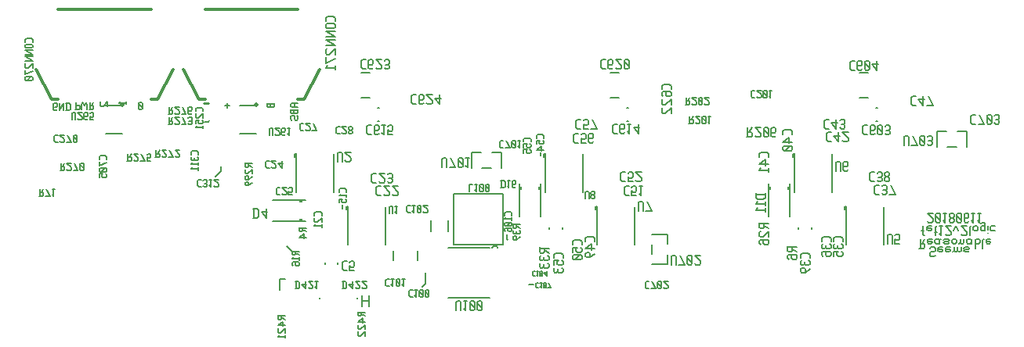
<source format=gbr>
G04 start of page 12 for group -4078 idx -4078 *
G04 Title: fet12v2logic, bottomsilk *
G04 Creator: pcb 20140316 *
G04 CreationDate: Wed 13 Jun 2018 07:44:19 AM GMT UTC *
G04 For: brian *
G04 Format: Gerber/RS-274X *
G04 PCB-Dimensions (mil): 6000.00 5000.00 *
G04 PCB-Coordinate-Origin: lower left *
%MOIN*%
%FSLAX25Y25*%
%LNBOTTOMSILK*%
%ADD198C,0.0200*%
%ADD197C,0.0120*%
%ADD196C,0.0170*%
%ADD195C,0.0100*%
%ADD194C,0.0080*%
G54D194*X328000Y93500D02*Y91500D01*
X328500Y91000D01*
X337500Y72000D02*X339500D01*
X293500Y77000D02*Y72500D01*
X292000Y71000D01*
G54D195*X248500Y66000D03*
X264500D03*
G54D194*X234500Y88500D02*X236500Y86500D01*
X258000Y104500D02*Y106000D01*
X206500Y122500D02*Y120500D01*
X342500Y127000D02*Y128500D01*
X206500Y120500D02*X204000Y118000D01*
X199500Y141500D02*X201000D01*
X201500Y142000D01*
X209000Y147500D02*Y149500D01*
G54D195*X199000D02*X201000D01*
G54D194*X210000Y148500D02*X208000D01*
X236980Y149500D02*X239200D01*
X236980D02*X236240Y148982D01*
Y148168D02*Y148982D01*
Y148168D02*X236980Y147650D01*
X239200D01*
X237720D02*Y149500D01*
X239200Y145282D02*Y146762D01*
Y145282D02*X238830Y144912D01*
X237942D02*X238830D01*
X237572Y145282D02*X237942Y144912D01*
X237572Y145282D02*Y146392D01*
X236240D02*X239200D01*
X236240Y145282D02*Y146762D01*
Y145282D02*X236610Y144912D01*
X237202D01*
X237572Y145282D02*X237202Y144912D01*
X236240Y142544D02*X236610Y142174D01*
X236240Y142544D02*Y143654D01*
X236610Y144024D02*X236240Y143654D01*
X236610Y144024D02*X237350D01*
X237720Y143654D01*
Y142544D02*Y143654D01*
Y142544D02*X238090Y142174D01*
X238830D01*
X239200Y142544D02*X238830Y142174D01*
X239200Y142544D02*Y143654D01*
X238830Y144024D02*X239200Y143654D01*
X229200Y148020D02*Y149500D01*
Y148020D02*X228830Y147650D01*
X227942D02*X228830D01*
X227572Y148020D02*X227942Y147650D01*
X227572Y148020D02*Y149130D01*
X226240D02*X229200D01*
X226240Y148020D02*Y149500D01*
Y148020D02*X226610Y147650D01*
X227202D01*
X227572Y148020D02*X227202Y147650D01*
X231500Y69700D02*Y74500D01*
X233900D01*
X266500Y62700D02*Y67500D01*
X269500Y62700D02*Y67500D01*
X266500Y65100D02*X269500D01*
X136500Y146250D02*X136875Y146625D01*
X135375Y146250D02*X136500D01*
X135000Y146625D02*X135375Y146250D01*
X135000Y146625D02*Y148875D01*
X135375Y149250D01*
X136500D01*
X136875Y148875D01*
Y148125D02*Y148875D01*
X136500Y147750D02*X136875Y148125D01*
X135750Y147750D02*X136500D01*
X137775Y146250D02*Y149250D01*
Y146250D02*X139650Y149250D01*
Y146250D02*Y149250D01*
X140925Y146250D02*Y149250D01*
X141900Y146250D02*X142425Y146775D01*
Y148725D01*
X141900Y149250D02*X142425Y148725D01*
X140550Y149250D02*X141900D01*
X140550Y146250D02*X141900D01*
X144875Y146750D02*Y149750D01*
X144500Y146750D02*X146000D01*
X146375Y147125D01*
Y147875D01*
X146000Y148250D02*X146375Y147875D01*
X144875Y148250D02*X146000D01*
X147275Y146750D02*Y148250D01*
X147650Y149750D01*
X148400Y148250D01*
X149150Y149750D01*
X149525Y148250D01*
Y146750D02*Y148250D01*
X150425Y146750D02*X151925D01*
X152300Y147125D01*
Y147875D01*
X151925Y148250D02*X152300Y147875D01*
X150800Y148250D02*X151925D01*
X150800Y146750D02*Y149750D01*
X151400Y148250D02*X152300Y149750D01*
X155625Y150000D02*X155250Y149625D01*
Y148500D02*Y149625D01*
Y148500D02*X155625Y148125D01*
X156375D01*
X158250Y150000D02*X156375Y148125D01*
X158250D02*Y150000D01*
X163850D02*X163250Y149400D01*
X166250D01*
Y148875D02*Y150000D01*
X171500Y149375D02*X171875Y149750D01*
X171500Y147125D02*Y149375D01*
Y147125D02*X171875Y146750D01*
X172625D01*
X173000Y147125D01*
Y149375D01*
X172625Y149750D02*X173000Y149375D01*
X171875Y149750D02*X172625D01*
X171500Y149000D02*X173000Y147500D01*
X509960Y83980D02*X510450Y84470D01*
X508490Y83980D02*X509960D01*
X508000Y84470D02*X508490Y83980D01*
X508000Y84470D02*Y85450D01*
X508490Y85940D01*
X509960D01*
X510450Y86430D01*
Y87410D01*
X509960Y87900D02*X510450Y87410D01*
X508490Y87900D02*X509960D01*
X508000Y87410D02*X508490Y87900D01*
X512116D02*X513586D01*
X511626Y87410D02*X512116Y87900D01*
X511626Y86430D02*Y87410D01*
Y86430D02*X512116Y85940D01*
X513096D01*
X513586Y86430D01*
X511626Y86920D02*X513586D01*
Y86430D02*Y86920D01*
X515252Y87900D02*X516722D01*
X514762Y87410D02*X515252Y87900D01*
X514762Y86430D02*Y87410D01*
Y86430D02*X515252Y85940D01*
X516232D01*
X516722Y86430D01*
X514762Y86920D02*X516722D01*
Y86430D02*Y86920D01*
X518388Y86430D02*Y87900D01*
Y86430D02*X518878Y85940D01*
X519368D01*
X519858Y86430D01*
Y87900D01*
Y86430D02*X520348Y85940D01*
X520838D01*
X521328Y86430D01*
Y87900D01*
X517898Y85940D02*X518388Y86430D01*
X522994Y87900D02*X524464D01*
X524954Y87410D01*
X524464Y86920D02*X524954Y87410D01*
X522994Y86920D02*X524464D01*
X522504Y86430D02*X522994Y86920D01*
X522504Y86430D02*X522994Y85940D01*
X524464D01*
X524954Y86430D01*
X522504Y87410D02*X522994Y87900D01*
X503500Y87480D02*X505460D01*
X505950Y87970D01*
Y88950D01*
X505460Y89440D02*X505950Y88950D01*
X503990Y89440D02*X505460D01*
X503990Y87480D02*Y91400D01*
X504774Y89440D02*X505950Y91400D01*
X507616D02*X509086D01*
X507126Y90910D02*X507616Y91400D01*
X507126Y89930D02*Y90910D01*
Y89930D02*X507616Y89440D01*
X508596D01*
X509086Y89930D01*
X507126Y90420D02*X509086D01*
Y89930D02*Y90420D01*
X511732Y89440D02*X512222Y89930D01*
X510752Y89440D02*X511732D01*
X510262Y89930D02*X510752Y89440D01*
X510262Y89930D02*Y90910D01*
X510752Y91400D01*
X512222Y89440D02*Y90910D01*
X512712Y91400D01*
X510752D02*X511732D01*
X512222Y90910D01*
X514378Y91400D02*X515848D01*
X516338Y90910D01*
X515848Y90420D02*X516338Y90910D01*
X514378Y90420D02*X515848D01*
X513888Y89930D02*X514378Y90420D01*
X513888Y89930D02*X514378Y89440D01*
X515848D01*
X516338Y89930D01*
X513888Y90910D02*X514378Y91400D01*
X517514Y89930D02*Y90910D01*
Y89930D02*X518004Y89440D01*
X518984D01*
X519474Y89930D01*
Y90910D01*
X518984Y91400D02*X519474Y90910D01*
X518004Y91400D02*X518984D01*
X517514Y90910D02*X518004Y91400D01*
X521140Y89930D02*Y91400D01*
Y89930D02*X521630Y89440D01*
X522120D01*
X522610Y89930D01*
Y91400D01*
X520650Y89440D02*X521140Y89930D01*
X525256Y89440D02*X525746Y89930D01*
X524276Y89440D02*X525256D01*
X523786Y89930D02*X524276Y89440D01*
X523786Y89930D02*Y90910D01*
X524276Y91400D01*
X525746Y89440D02*Y90910D01*
X526236Y91400D01*
X524276D02*X525256D01*
X525746Y90910D01*
X527412Y87480D02*Y91400D01*
Y90910D02*X527902Y91400D01*
X528882D01*
X529372Y90910D01*
Y89930D02*Y90910D01*
X528882Y89440D02*X529372Y89930D01*
X527902Y89440D02*X528882D01*
X527412Y89930D02*X527902Y89440D01*
X530548Y87480D02*Y90910D01*
X531038Y91400D01*
X532508D02*X533978D01*
X532018Y90910D02*X532508Y91400D01*
X532018Y89930D02*Y90910D01*
Y89930D02*X532508Y89440D01*
X533488D01*
X533978Y89930D01*
X532018Y90420D02*X533978D01*
Y89930D02*Y90420D01*
X507000Y98970D02*X507490Y98480D01*
X508960D01*
X509450Y98970D01*
Y99950D01*
X507000Y102400D02*X509450Y99950D01*
X507000Y102400D02*X509450D01*
X510626Y101910D02*X511116Y102400D01*
X510626Y98970D02*Y101910D01*
Y98970D02*X511116Y98480D01*
X512096D01*
X512586Y98970D01*
Y101910D01*
X512096Y102400D02*X512586Y101910D01*
X511116Y102400D02*X512096D01*
X510626Y101420D02*X512586Y99460D01*
X513762Y99264D02*X514546Y98480D01*
Y102400D01*
X513762D02*X515232D01*
X516408Y101910D02*X516898Y102400D01*
X516408Y101126D02*Y101910D01*
Y101126D02*X517094Y100440D01*
X517682D01*
X518368Y101126D01*
Y101910D01*
X517878Y102400D02*X518368Y101910D01*
X516898Y102400D02*X517878D01*
X516408Y99754D02*X517094Y100440D01*
X516408Y98970D02*Y99754D01*
Y98970D02*X516898Y98480D01*
X517878D01*
X518368Y98970D01*
Y99754D01*
X517682Y100440D02*X518368Y99754D01*
X519544Y101910D02*X520034Y102400D01*
X519544Y98970D02*Y101910D01*
Y98970D02*X520034Y98480D01*
X521014D01*
X521504Y98970D01*
Y101910D01*
X521014Y102400D02*X521504Y101910D01*
X520034Y102400D02*X521014D01*
X519544Y101420D02*X521504Y99460D01*
X524150Y98480D02*X524640Y98970D01*
X523170Y98480D02*X524150D01*
X522680Y98970D02*X523170Y98480D01*
X522680Y98970D02*Y101910D01*
X523170Y102400D01*
X524150Y100244D02*X524640Y100734D01*
X522680Y100244D02*X524150D01*
X523170Y102400D02*X524150D01*
X524640Y101910D01*
Y100734D02*Y101910D01*
X525816Y99264D02*X526600Y98480D01*
Y102400D01*
X525816D02*X527286D01*
X528462Y99264D02*X529246Y98480D01*
Y102400D01*
X528462D02*X529932D01*
X504990Y93470D02*Y96900D01*
Y93470D02*X505480Y92980D01*
X505970D01*
X504500Y94940D02*X505480D01*
X507440Y96900D02*X508910D01*
X506950Y96410D02*X507440Y96900D01*
X506950Y95430D02*Y96410D01*
Y95430D02*X507440Y94940D01*
X508420D01*
X508910Y95430D01*
X506950Y95920D02*X508910D01*
Y95430D02*Y95920D01*
X510576Y92980D02*Y96410D01*
X511066Y96900D01*
X510086Y94450D02*X511066D01*
X512046Y93764D02*X512830Y92980D01*
Y96900D01*
X512046D02*X513516D01*
X514692Y93470D02*X515182Y92980D01*
X516652D01*
X517142Y93470D01*
Y94450D01*
X514692Y96900D02*X517142Y94450D01*
X514692Y96900D02*X517142D01*
X518318Y94940D02*X519298Y96900D01*
X520278Y94940D02*X519298Y96900D01*
X521454Y93470D02*X521944Y92980D01*
X523414D01*
X523904Y93470D01*
Y94450D01*
X521454Y96900D02*X523904Y94450D01*
X521454Y96900D02*X523904D01*
X525080Y92980D02*Y96410D01*
X525570Y96900D01*
X526550Y95430D02*Y96410D01*
Y95430D02*X527040Y94940D01*
X528020D01*
X528510Y95430D01*
Y96410D01*
X528020Y96900D02*X528510Y96410D01*
X527040Y96900D02*X528020D01*
X526550Y96410D02*X527040Y96900D01*
X531156Y94940D02*X531646Y95430D01*
X530176Y94940D02*X531156D01*
X529686Y95430D02*X530176Y94940D01*
X529686Y95430D02*Y96410D01*
X530176Y96900D01*
X531156D01*
X531646Y96410D01*
X529686Y97880D02*X530176Y98370D01*
X531156D01*
X531646Y97880D01*
Y94940D02*Y97880D01*
X532822Y93960D02*Y94058D01*
Y95430D02*Y96900D01*
X534292Y94940D02*X535762D01*
X533802Y95430D02*X534292Y94940D01*
X533802Y95430D02*Y96410D01*
X534292Y96900D01*
X535762D01*
X303142Y66370D02*X320858D01*
X303142Y87630D02*X320858D01*
X324205Y87641D02*G75*G03X321842Y87641I-1182J-208D01*G01*
X351755Y96393D02*Y95607D01*
X346245Y96393D02*Y95607D01*
X321862Y128327D02*X325878D01*
Y121673D01*
X317138Y128327D02*X313122D01*
Y121673D01*
X321469D02*X317531D01*
X333472Y114890D02*Y101110D01*
X342528Y114890D02*Y101110D01*
G54D196*X342134Y113118D03*
X333866D03*
G54D194*X372032Y162314D02*X375968D01*
X372032Y151686D02*X375968D01*
X379107Y141745D02*X379893D01*
X379107Y147255D02*X379893D01*
X366429Y105071D02*Y88929D01*
X382571Y105071D02*Y88929D01*
X366429Y105268D02*G75*G03X366429Y103693I0J-787D01*G01*
X344429Y111429D02*Y127571D01*
X360571Y111429D02*Y127571D01*
X344429Y127768D02*G75*G03X344429Y126193I0J-787D01*G01*
X457755Y96393D02*Y95607D01*
X452245Y96393D02*Y95607D01*
X472429Y105071D02*Y88929D01*
X488571Y105071D02*Y88929D01*
X472429Y105268D02*G75*G03X472429Y103693I0J-787D01*G01*
X478032Y162314D02*X481968D01*
X478032Y151686D02*X481968D01*
X485107Y141745D02*X485893D01*
X485107Y147255D02*X485893D01*
X519862Y137327D02*X523878D01*
Y130673D01*
X515138Y137327D02*X511122D01*
Y130673D01*
X519469D02*X515531D01*
X450429Y111429D02*Y127571D01*
X466571Y111429D02*Y127571D01*
X450429Y127768D02*G75*G03X450429Y126193I0J-787D01*G01*
X439472Y114890D02*Y101110D01*
X448528Y114890D02*Y101110D01*
G54D196*X448134Y113118D03*
X439866D03*
G54D194*X273107Y141745D02*X273893D01*
X273107Y147255D02*X273893D01*
X266032Y162314D02*X269968D01*
X266032Y151686D02*X269968D01*
G54D197*X199815Y189260D02*X239185D01*
Y150953D02*X241941D01*
X248634Y163551D01*
X197059Y150953D02*X199815D01*
X197059D02*X190366Y163551D01*
G54D194*X238429Y111429D02*Y127571D01*
X254571Y111429D02*Y127571D01*
X238429Y127768D02*G75*G03X238429Y126193I0J-787D01*G01*
G54D198*X221543Y148799D03*
G54D194*X214555Y136496D02*X221445D01*
X214555Y148504D02*X221445D01*
X228610Y108028D02*X242390D01*
X228610Y98972D02*X242390D01*
G54D196*X240618Y99366D03*
Y107634D03*
G54D198*X164543Y148799D03*
G54D194*X157555Y136496D02*X164445D01*
X157555Y148504D02*X164445D01*
G54D197*X176685Y189260D02*X137315D01*
X176685Y150953D02*X179441D01*
X186134Y163551D01*
X137315Y150953D02*X134559D01*
X127866Y163551D01*
G54D194*X326400Y89200D02*Y110800D01*
X305600D02*X326400D01*
X305600Y89200D02*Y110800D01*
Y89200D02*X326400D01*
X260429Y105071D02*Y88929D01*
X276571Y105071D02*Y88929D01*
X260429Y105268D02*G75*G03X260429Y103693I0J-787D01*G01*
X295760Y94638D02*Y99362D01*
X303240Y94638D02*Y99362D01*
X290314Y82532D02*Y86468D01*
X279686Y82532D02*Y86468D01*
X256255Y81393D02*Y80607D01*
X250745Y81393D02*Y80607D01*
X396327Y84638D02*Y80622D01*
X389673D02*X396327D01*
Y93378D02*Y89362D01*
X389673Y93378D02*X396327D01*
X389673Y88969D02*Y85031D01*
X266700Y168000D02*X268000D01*
X266000Y167300D02*X266700Y168000D01*
X266000Y164700D02*Y167300D01*
Y164700D02*X266700Y164000D01*
X268000D01*
X270700D02*X271200Y164500D01*
X269700Y164000D02*X270700D01*
X269200Y164500D02*X269700Y164000D01*
X269200Y164500D02*Y167500D01*
X269700Y168000D01*
X270700Y165800D02*X271200Y166300D01*
X269200Y165800D02*X270700D01*
X269700Y168000D02*X270700D01*
X271200Y167500D01*
Y166300D02*Y167500D01*
X272400Y164500D02*X272900Y164000D01*
X274400D01*
X274900Y164500D01*
Y165500D01*
X272400Y168000D02*X274900Y165500D01*
X272400Y168000D02*X274900D01*
X276100Y164500D02*X276600Y164000D01*
X277600D01*
X278100Y164500D01*
X277600Y168000D02*X278100Y167500D01*
X276600Y168000D02*X277600D01*
X276100Y167500D02*X276600Y168000D01*
Y165800D02*X277600D01*
X278100Y164500D02*Y165300D01*
Y166300D02*Y167500D01*
Y166300D02*X277600Y165800D01*
X278100Y165300D02*X277600Y165800D01*
X255000Y184500D02*Y185800D01*
X254300Y186500D02*X255000Y185800D01*
X251700Y186500D02*X254300D01*
X251700D02*X251000Y185800D01*
Y184500D02*Y185800D01*
X251500Y183300D02*X254500D01*
X251500D02*X251000Y182800D01*
Y181800D02*Y182800D01*
Y181800D02*X251500Y181300D01*
X254500D01*
X255000Y181800D02*X254500Y181300D01*
X255000Y181800D02*Y182800D01*
X254500Y183300D02*X255000Y182800D01*
X251000Y180100D02*X255000D01*
X251000D02*X255000Y177600D01*
X251000D02*X255000D01*
X251000Y176400D02*X255000D01*
X251000D02*X255000Y173900D01*
X251000D02*X255000D01*
X251500Y172700D02*X251000Y172200D01*
Y170700D02*Y172200D01*
Y170700D02*X251500Y170200D01*
X252500D01*
X255000Y172700D02*X252500Y170200D01*
X255000D02*Y172700D01*
Y168500D02*X251000Y166500D01*
Y169000D01*
X251800Y165300D02*X251000Y164500D01*
X255000D01*
Y163800D02*Y165300D01*
X300500Y122000D02*Y125500D01*
X301000Y126000D01*
X302000D01*
X302500Y125500D01*
Y122000D02*Y125500D01*
X304200Y126000D02*X306200Y122000D01*
X303700D02*X306200D01*
X307400Y125500D02*X307900Y126000D01*
X307400Y122500D02*Y125500D01*
Y122500D02*X307900Y122000D01*
X308900D01*
X309400Y122500D01*
Y125500D01*
X308900Y126000D02*X309400Y125500D01*
X307900Y126000D02*X308900D01*
X307400Y125000D02*X309400Y123000D01*
X310600Y122800D02*X311400Y122000D01*
Y126000D01*
X310600D02*X312100D01*
X312000Y111770D02*Y114850D01*
X313540D01*
X314464Y112386D02*X315080Y111770D01*
Y114850D01*
X314464D02*X315619D01*
X316543Y114465D02*X316928Y114850D01*
X316543Y112155D02*Y114465D01*
Y112155D02*X316928Y111770D01*
X317698D01*
X318083Y112155D01*
Y114465D01*
X317698Y114850D02*X318083Y114465D01*
X316928Y114850D02*X317698D01*
X316543Y114080D02*X318083Y112540D01*
X319007Y114465D02*X319392Y114850D01*
X319007Y112155D02*Y114465D01*
Y112155D02*X319392Y111770D01*
X320162D01*
X320547Y112155D01*
Y114465D01*
X320162Y114850D02*X320547Y114465D01*
X319392Y114850D02*X320162D01*
X319007Y114080D02*X320547Y112540D01*
X330300Y101480D02*Y102468D01*
X329768Y103000D02*X330300Y102468D01*
X327792Y103000D02*X329768D01*
X327792D02*X327260Y102468D01*
Y101480D02*Y102468D01*
X327868Y100568D02*X327260Y99960D01*
X330300D01*
Y99428D02*Y100568D01*
X329920Y98516D02*X330300Y98136D01*
X327640Y98516D02*X329920D01*
X327640D02*X327260Y98136D01*
Y97376D02*Y98136D01*
Y97376D02*X327640Y96996D01*
X329920D01*
X330300Y97376D02*X329920Y96996D01*
X330300Y97376D02*Y98136D01*
X329540Y98516D02*X328020Y96996D01*
X327260Y94944D02*X327640Y94564D01*
X327260Y94944D02*Y95704D01*
X327640Y96084D02*X327260Y95704D01*
X327640Y96084D02*X329920D01*
X330300Y95704D01*
X328628Y94944D02*X329008Y94564D01*
X328628Y94944D02*Y96084D01*
X330300Y94944D02*Y95704D01*
Y94944D02*X329920Y94564D01*
X329008D02*X329920D01*
X325885Y113270D02*Y116350D01*
X326886Y113270D02*X327425Y113809D01*
Y115811D01*
X326886Y116350D02*X327425Y115811D01*
X325500Y116350D02*X326886D01*
X325500Y113270D02*X326886D01*
X328349Y113886D02*X328965Y113270D01*
Y116350D01*
X328349D02*X329504D01*
X331583Y113270D02*X331968Y113655D01*
X330813Y113270D02*X331583D01*
X330428Y113655D02*X330813Y113270D01*
X330428Y113655D02*Y115965D01*
X330813Y116350D01*
X331583Y114656D02*X331968Y115041D01*
X330428Y114656D02*X331583D01*
X330813Y116350D02*X331583D01*
X331968Y115965D01*
Y115041D02*Y115965D01*
X368700Y168000D02*X370000D01*
X368000Y167300D02*X368700Y168000D01*
X368000Y164700D02*Y167300D01*
Y164700D02*X368700Y164000D01*
X370000D01*
X372700D02*X373200Y164500D01*
X371700Y164000D02*X372700D01*
X371200Y164500D02*X371700Y164000D01*
X371200Y164500D02*Y167500D01*
X371700Y168000D01*
X372700Y165800D02*X373200Y166300D01*
X371200Y165800D02*X372700D01*
X371700Y168000D02*X372700D01*
X373200Y167500D01*
Y166300D02*Y167500D01*
X374400Y164500D02*X374900Y164000D01*
X376400D01*
X376900Y164500D01*
Y165500D01*
X374400Y168000D02*X376900Y165500D01*
X374400Y168000D02*X376900D01*
X378100Y167500D02*X378600Y168000D01*
X378100Y164500D02*Y167500D01*
Y164500D02*X378600Y164000D01*
X379600D01*
X380100Y164500D01*
Y167500D01*
X379600Y168000D02*X380100Y167500D01*
X378600Y168000D02*X379600D01*
X378100Y167000D02*X380100Y165000D01*
X271200Y119500D02*X272500D01*
X270500Y118800D02*X271200Y119500D01*
X270500Y116200D02*Y118800D01*
Y116200D02*X271200Y115500D01*
X272500D01*
X273700Y116000D02*X274200Y115500D01*
X275700D01*
X276200Y116000D01*
Y117000D01*
X273700Y119500D02*X276200Y117000D01*
X273700Y119500D02*X276200D01*
X277400Y116000D02*X277900Y115500D01*
X278900D01*
X279400Y116000D01*
X278900Y119500D02*X279400Y119000D01*
X277900Y119500D02*X278900D01*
X277400Y119000D02*X277900Y119500D01*
Y117300D02*X278900D01*
X279400Y116000D02*Y116800D01*
Y117800D02*Y119000D01*
Y117800D02*X278900Y117300D01*
X279400Y116800D02*X278900Y117300D01*
X273200Y114000D02*X274500D01*
X272500Y113300D02*X273200Y114000D01*
X272500Y110700D02*Y113300D01*
Y110700D02*X273200Y110000D01*
X274500D01*
X275700Y110500D02*X276200Y110000D01*
X277700D01*
X278200Y110500D01*
Y111500D01*
X275700Y114000D02*X278200Y111500D01*
X275700Y114000D02*X278200D01*
X279400Y110500D02*X279900Y110000D01*
X281400D01*
X281900Y110500D01*
Y111500D01*
X279400Y114000D02*X281900Y111500D01*
X279400Y114000D02*X281900D01*
X278000Y102270D02*Y104965D01*
X278385Y105350D01*
X279155D01*
X279540Y104965D01*
Y102270D02*Y104965D01*
X280464Y102886D02*X281080Y102270D01*
Y105350D01*
X280464D02*X281619D01*
X286039Y105850D02*X287040D01*
X285500Y105311D02*X286039Y105850D01*
X285500Y103309D02*Y105311D01*
Y103309D02*X286039Y102770D01*
X287040D01*
X287964Y103386D02*X288580Y102770D01*
Y105850D01*
X287964D02*X289119D01*
X290043Y105465D02*X290428Y105850D01*
X290043Y103155D02*Y105465D01*
Y103155D02*X290428Y102770D01*
X291198D01*
X291583Y103155D01*
Y105465D01*
X291198Y105850D02*X291583Y105465D01*
X290428Y105850D02*X291198D01*
X290043Y105080D02*X291583Y103540D01*
X292507Y103155D02*X292892Y102770D01*
X294047D01*
X294432Y103155D01*
Y103925D01*
X292507Y105850D02*X294432Y103925D01*
X292507Y105850D02*X294432D01*
X325539Y133350D02*X326540D01*
X325000Y132811D02*X325539Y133350D01*
X325000Y130809D02*Y132811D01*
Y130809D02*X325539Y130270D01*
X326540D01*
X327849Y133350D02*X329389Y130270D01*
X327464D02*X329389D01*
X330313Y132965D02*X330698Y133350D01*
X330313Y130655D02*Y132965D01*
Y130655D02*X330698Y130270D01*
X331468D01*
X331853Y130655D01*
Y132965D01*
X331468Y133350D02*X331853Y132965D01*
X330698Y133350D02*X331468D01*
X330313Y132580D02*X331853Y131040D01*
X332777Y130886D02*X333393Y130270D01*
Y133350D01*
X332777D02*X333932D01*
X227000Y135770D02*Y138465D01*
X227385Y138850D01*
X228155D01*
X228540Y138465D01*
Y135770D02*Y138465D01*
X229464Y136155D02*X229849Y135770D01*
X231004D01*
X231389Y136155D01*
Y136925D01*
X229464Y138850D02*X231389Y136925D01*
X229464Y138850D02*X231389D01*
X233468Y135770D02*X233853Y136155D01*
X232698Y135770D02*X233468D01*
X232313Y136155D02*X232698Y135770D01*
X232313Y136155D02*Y138465D01*
X232698Y138850D01*
X233468Y137156D02*X233853Y137541D01*
X232313Y137156D02*X233468D01*
X232698Y138850D02*X233468D01*
X233853Y138465D01*
Y137541D02*Y138465D01*
X234777Y136386D02*X235393Y135770D01*
Y138850D01*
X234777D02*X235932D01*
X288200Y153000D02*X289500D01*
X287500Y152300D02*X288200Y153000D01*
X287500Y149700D02*Y152300D01*
Y149700D02*X288200Y149000D01*
X289500D01*
X292200D02*X292700Y149500D01*
X291200Y149000D02*X292200D01*
X290700Y149500D02*X291200Y149000D01*
X290700Y149500D02*Y152500D01*
X291200Y153000D01*
X292200Y150800D02*X292700Y151300D01*
X290700Y150800D02*X292200D01*
X291200Y153000D02*X292200D01*
X292700Y152500D01*
Y151300D02*Y152500D01*
X293900Y149500D02*X294400Y149000D01*
X295900D01*
X296400Y149500D01*
Y150500D01*
X293900Y153000D02*X296400Y150500D01*
X293900Y153000D02*X296400D01*
X297600Y151500D02*X299600Y149000D01*
X297600Y151500D02*X300100D01*
X299600Y149000D02*Y153000D01*
X457000Y83500D02*Y84800D01*
X456300Y85500D02*X457000Y84800D01*
X453700Y85500D02*X456300D01*
X453700D02*X453000Y84800D01*
Y83500D02*Y84800D01*
X453500Y82300D02*X453000Y81800D01*
Y80800D02*Y81800D01*
Y80800D02*X453500Y80300D01*
X457000Y80800D02*X456500Y80300D01*
X457000Y80800D02*Y81800D01*
X456500Y82300D02*X457000Y81800D01*
X454800Y80800D02*Y81800D01*
X453500Y80300D02*X454300D01*
X455300D02*X456500D01*
X455300D02*X454800Y80800D01*
X454300Y80300D02*X454800Y80800D01*
X457000Y78600D02*X455000Y77100D01*
X453500D02*X455000D01*
X453000Y77600D02*X453500Y77100D01*
X453000Y77600D02*Y78600D01*
X453500Y79100D02*X453000Y78600D01*
X453500Y79100D02*X454500D01*
X455000Y78600D01*
Y77100D02*Y78600D01*
X471000Y90500D02*Y91800D01*
X470300Y92500D02*X471000Y91800D01*
X467700Y92500D02*X470300D01*
X467700D02*X467000Y91800D01*
Y90500D02*Y91800D01*
X467500Y89300D02*X467000Y88800D01*
Y87800D02*Y88800D01*
Y87800D02*X467500Y87300D01*
X471000Y87800D02*X470500Y87300D01*
X471000Y87800D02*Y88800D01*
X470500Y89300D02*X471000Y88800D01*
X468800Y87800D02*Y88800D01*
X467500Y87300D02*X468300D01*
X469300D02*X470500D01*
X469300D02*X468800Y87800D01*
X468300Y87300D02*X468800Y87800D01*
X467000Y84100D02*Y86100D01*
X469000D01*
X468500Y85600D01*
Y84600D02*Y85600D01*
Y84600D02*X469000Y84100D01*
X470500D01*
X471000Y84600D02*X470500Y84100D01*
X471000Y84600D02*Y85600D01*
X470500Y86100D02*X471000Y85600D01*
X466000Y90500D02*Y91800D01*
X465300Y92500D02*X466000Y91800D01*
X462700Y92500D02*X465300D01*
X462700D02*X462000Y91800D01*
Y90500D02*Y91800D01*
X462500Y89300D02*X462000Y88800D01*
Y87800D02*Y88800D01*
Y87800D02*X462500Y87300D01*
X466000Y87800D02*X465500Y87300D01*
X466000Y87800D02*Y88800D01*
X465500Y89300D02*X466000Y88800D01*
X463800Y87800D02*Y88800D01*
X462500Y87300D02*X463300D01*
X464300D02*X465500D01*
X464300D02*X463800Y87800D01*
X463300Y87300D02*X463800Y87800D01*
X462000Y84600D02*X462500Y84100D01*
X462000Y84600D02*Y85600D01*
X462500Y86100D02*X462000Y85600D01*
X462500Y86100D02*X465500D01*
X466000Y85600D01*
X463800Y84600D02*X464300Y84100D01*
X463800Y84600D02*Y86100D01*
X466000Y84600D02*Y85600D01*
Y84600D02*X465500Y84100D01*
X464300D02*X465500D01*
X483200Y120000D02*X484500D01*
X482500Y119300D02*X483200Y120000D01*
X482500Y116700D02*Y119300D01*
Y116700D02*X483200Y116000D01*
X484500D01*
X485700Y116500D02*X486200Y116000D01*
X487200D01*
X487700Y116500D01*
X487200Y120000D02*X487700Y119500D01*
X486200Y120000D02*X487200D01*
X485700Y119500D02*X486200Y120000D01*
Y117800D02*X487200D01*
X487700Y116500D02*Y117300D01*
Y118300D02*Y119500D01*
Y118300D02*X487200Y117800D01*
X487700Y117300D02*X487200Y117800D01*
X488900Y119500D02*X489400Y120000D01*
X488900Y118700D02*Y119500D01*
Y118700D02*X489600Y118000D01*
X490200D01*
X490900Y118700D01*
Y119500D01*
X490400Y120000D02*X490900Y119500D01*
X489400Y120000D02*X490400D01*
X488900Y117300D02*X489600Y118000D01*
X488900Y116500D02*Y117300D01*
Y116500D02*X489400Y116000D01*
X490400D01*
X490900Y116500D01*
Y117300D01*
X490200Y118000D02*X490900Y117300D01*
X485200Y114500D02*X486500D01*
X484500Y113800D02*X485200Y114500D01*
X484500Y111200D02*Y113800D01*
Y111200D02*X485200Y110500D01*
X486500D01*
X487700Y111000D02*X488200Y110500D01*
X489200D01*
X489700Y111000D01*
X489200Y114500D02*X489700Y114000D01*
X488200Y114500D02*X489200D01*
X487700Y114000D02*X488200Y114500D01*
Y112300D02*X489200D01*
X489700Y111000D02*Y111800D01*
Y112800D02*Y114000D01*
Y112800D02*X489200Y112300D01*
X489700Y111800D02*X489200Y112300D01*
X491400Y114500D02*X493400Y110500D01*
X490900D02*X493400D01*
X490000Y89500D02*Y93000D01*
X490500Y93500D01*
X491500D01*
X492000Y93000D01*
Y89500D02*Y93000D01*
X493200Y89500D02*X495200D01*
X493200D02*Y91500D01*
X493700Y91000D01*
X494700D01*
X495200Y91500D01*
Y93000D01*
X494700Y93500D02*X495200Y93000D01*
X493700Y93500D02*X494700D01*
X493200Y93000D02*X493700Y93500D01*
X378700Y114000D02*X380000D01*
X378000Y113300D02*X378700Y114000D01*
X378000Y110700D02*Y113300D01*
Y110700D02*X378700Y110000D01*
X380000D01*
X381200D02*X383200D01*
X381200D02*Y112000D01*
X381700Y111500D01*
X382700D01*
X383200Y112000D01*
Y113500D01*
X382700Y114000D02*X383200Y113500D01*
X381700Y114000D02*X382700D01*
X381200Y113500D02*X381700Y114000D01*
X384400Y110800D02*X385200Y110000D01*
Y114000D01*
X384400D02*X385900D01*
X384000Y103500D02*Y107000D01*
X384500Y107500D01*
X385500D01*
X386000Y107000D01*
Y103500D02*Y107000D01*
X387700Y107500D02*X389700Y103500D01*
X387200D02*X389700D01*
X398000Y80500D02*Y84000D01*
X398500Y84500D01*
X399500D01*
X400000Y84000D01*
Y80500D02*Y84000D01*
X401700Y84500D02*X403700Y80500D01*
X401200D02*X403700D01*
X404900Y84000D02*X405400Y84500D01*
X404900Y81000D02*Y84000D01*
Y81000D02*X405400Y80500D01*
X406400D01*
X406900Y81000D01*
Y84000D01*
X406400Y84500D02*X406900Y84000D01*
X405400Y84500D02*X406400D01*
X404900Y83500D02*X406900Y81500D01*
X408100Y81000D02*X408600Y80500D01*
X410100D01*
X410600Y81000D01*
Y82000D01*
X408100Y84500D02*X410600Y82000D01*
X408100Y84500D02*X410600D01*
X434000Y110500D02*X438000D01*
X434000Y109200D02*X434700Y108500D01*
X437300D01*
X438000Y109200D02*X437300Y108500D01*
X438000Y109200D02*Y111000D01*
X434000Y109200D02*Y111000D01*
X434800Y107300D02*X434000Y106500D01*
X438000D01*
Y105800D02*Y107300D01*
X434800Y104600D02*X434000Y103800D01*
X438000D01*
Y103100D02*Y104600D01*
X463700Y142500D02*X465000D01*
X463000Y141800D02*X463700Y142500D01*
X463000Y139200D02*Y141800D01*
Y139200D02*X463700Y138500D01*
X465000D01*
X466200Y141000D02*X468200Y138500D01*
X466200Y141000D02*X468700D01*
X468200Y138500D02*Y142500D01*
X469900Y139000D02*X470400Y138500D01*
X471400D01*
X471900Y139000D01*
X471400Y142500D02*X471900Y142000D01*
X470400Y142500D02*X471400D01*
X469900Y142000D02*X470400Y142500D01*
Y140300D02*X471400D01*
X471900Y139000D02*Y139800D01*
Y140800D02*Y142000D01*
Y140800D02*X471400Y140300D01*
X471900Y139800D02*X471400Y140300D01*
X430000Y135000D02*X432000D01*
X432500Y135500D01*
Y136500D01*
X432000Y137000D02*X432500Y136500D01*
X430500Y137000D02*X432000D01*
X430500Y135000D02*Y139000D01*
X431300Y137000D02*X432500Y139000D01*
X433700Y135500D02*X434200Y135000D01*
X435700D01*
X436200Y135500D01*
Y136500D01*
X433700Y139000D02*X436200Y136500D01*
X433700Y139000D02*X436200D01*
X437400Y138500D02*X437900Y139000D01*
X437400Y135500D02*Y138500D01*
Y135500D02*X437900Y135000D01*
X438900D01*
X439400Y135500D01*
Y138500D01*
X438900Y139000D02*X439400Y138500D01*
X437900Y139000D02*X438900D01*
X437400Y138000D02*X439400Y136000D01*
X442100Y135000D02*X442600Y135500D01*
X441100Y135000D02*X442100D01*
X440600Y135500D02*X441100Y135000D01*
X440600Y135500D02*Y138500D01*
X441100Y139000D01*
X442100Y136800D02*X442600Y137300D01*
X440600Y136800D02*X442100D01*
X441100Y139000D02*X442100D01*
X442600Y138500D01*
Y137300D02*Y138500D01*
X464700Y137000D02*X466000D01*
X464000Y136300D02*X464700Y137000D01*
X464000Y133700D02*Y136300D01*
Y133700D02*X464700Y133000D01*
X466000D01*
X467200Y135500D02*X469200Y133000D01*
X467200Y135500D02*X469700D01*
X469200Y133000D02*Y137000D01*
X470900Y133500D02*X471400Y133000D01*
X472900D01*
X473400Y133500D01*
Y134500D01*
X470900Y137000D02*X473400Y134500D01*
X470900Y137000D02*X473400D01*
X449500Y136000D02*Y137300D01*
X448800Y138000D02*X449500Y137300D01*
X446200Y138000D02*X448800D01*
X446200D02*X445500Y137300D01*
Y136000D02*Y137300D01*
X448000Y134800D02*X445500Y132800D01*
X448000Y132300D02*Y134800D01*
X445500Y132800D02*X449500D01*
X449000Y131100D02*X449500Y130600D01*
X446000Y131100D02*X449000D01*
X446000D02*X445500Y130600D01*
Y129600D02*Y130600D01*
Y129600D02*X446000Y129100D01*
X449000D01*
X449500Y129600D02*X449000Y129100D01*
X449500Y129600D02*Y130600D01*
X448500Y131100D02*X446500Y129100D01*
X468000Y120500D02*Y124000D01*
X468500Y124500D01*
X469500D01*
X470000Y124000D01*
Y120500D02*Y124000D01*
X472700Y120500D02*X473200Y121000D01*
X471700Y120500D02*X472700D01*
X471200Y121000D02*X471700Y120500D01*
X471200Y121000D02*Y124000D01*
X471700Y124500D01*
X472700Y122300D02*X473200Y122800D01*
X471200Y122300D02*X472700D01*
X471700Y124500D02*X472700D01*
X473200Y124000D01*
Y122800D02*Y124000D01*
X447500Y86500D02*Y88500D01*
Y86500D02*X448000Y86000D01*
X449000D01*
X449500Y86500D02*X449000Y86000D01*
X449500Y86500D02*Y88000D01*
X447500D02*X451500D01*
X449500Y87200D02*X451500Y86000D01*
X447500Y83300D02*X448000Y82800D01*
X447500Y83300D02*Y84300D01*
X448000Y84800D02*X447500Y84300D01*
X448000Y84800D02*X451000D01*
X451500Y84300D01*
X449300Y83300D02*X449800Y82800D01*
X449300Y83300D02*Y84800D01*
X451500Y83300D02*Y84300D01*
Y83300D02*X451000Y82800D01*
X449800D02*X451000D01*
X404000Y148770D02*X405540D01*
X405925Y149155D01*
Y149925D01*
X405540Y150310D02*X405925Y149925D01*
X404385Y150310D02*X405540D01*
X404385Y148770D02*Y151850D01*
X405001Y150310D02*X405925Y151850D01*
X406849Y149155D02*X407234Y148770D01*
X408389D01*
X408774Y149155D01*
Y149925D01*
X406849Y151850D02*X408774Y149925D01*
X406849Y151850D02*X408774D01*
X409698Y151465D02*X410083Y151850D01*
X409698Y149155D02*Y151465D01*
Y149155D02*X410083Y148770D01*
X410853D01*
X411238Y149155D01*
Y151465D01*
X410853Y151850D02*X411238Y151465D01*
X410083Y151850D02*X410853D01*
X409698Y151080D02*X411238Y149540D01*
X412162Y149155D02*X412547Y148770D01*
X413702D01*
X414087Y149155D01*
Y149925D01*
X412162Y151850D02*X414087Y149925D01*
X412162Y151850D02*X414087D01*
X432532Y154800D02*X433520D01*
X432000Y154268D02*X432532Y154800D01*
X432000Y152292D02*Y154268D01*
Y152292D02*X432532Y151760D01*
X433520D01*
X434432Y152140D02*X434812Y151760D01*
X435952D01*
X436332Y152140D01*
Y152900D01*
X434432Y154800D02*X436332Y152900D01*
X434432Y154800D02*X436332D01*
X437244Y154420D02*X437624Y154800D01*
X437244Y152140D02*Y154420D01*
Y152140D02*X437624Y151760D01*
X438384D01*
X438764Y152140D01*
Y154420D01*
X438384Y154800D02*X438764Y154420D01*
X437624Y154800D02*X438384D01*
X437244Y154040D02*X438764Y152520D01*
X439676Y152368D02*X440284Y151760D01*
Y154800D01*
X439676D02*X440816D01*
X439500Y126500D02*Y127800D01*
X438800Y128500D02*X439500Y127800D01*
X436200Y128500D02*X438800D01*
X436200D02*X435500Y127800D01*
Y126500D02*Y127800D01*
X438000Y125300D02*X435500Y123300D01*
X438000Y122800D02*Y125300D01*
X435500Y123300D02*X439500D01*
X436300Y121600D02*X435500Y120800D01*
X439500D01*
Y120100D02*Y121600D01*
X435500Y96500D02*Y98500D01*
Y96500D02*X436000Y96000D01*
X437000D01*
X437500Y96500D02*X437000Y96000D01*
X437500Y96500D02*Y98000D01*
X435500D02*X439500D01*
X437500Y97200D02*X439500Y96000D01*
X436000Y94800D02*X435500Y94300D01*
Y92800D02*Y94300D01*
Y92800D02*X436000Y92300D01*
X437000D01*
X439500Y94800D02*X437000Y92300D01*
X439500D02*Y94800D01*
X435500Y89600D02*X436000Y89100D01*
X435500Y89600D02*Y90600D01*
X436000Y91100D02*X435500Y90600D01*
X436000Y91100D02*X439000D01*
X439500Y90600D01*
X437300Y89600D02*X437800Y89100D01*
X437300Y89600D02*Y91100D01*
X439500Y89600D02*Y90600D01*
Y89600D02*X439000Y89100D01*
X437800D02*X439000D01*
X500700Y152500D02*X502000D01*
X500000Y151800D02*X500700Y152500D01*
X500000Y149200D02*Y151800D01*
Y149200D02*X500700Y148500D01*
X502000D01*
X503200Y151000D02*X505200Y148500D01*
X503200Y151000D02*X505700D01*
X505200Y148500D02*Y152500D01*
X507400D02*X509400Y148500D01*
X506900D02*X509400D01*
X480200Y140000D02*X481500D01*
X479500Y139300D02*X480200Y140000D01*
X479500Y136700D02*Y139300D01*
Y136700D02*X480200Y136000D01*
X481500D01*
X484200D02*X484700Y136500D01*
X483200Y136000D02*X484200D01*
X482700Y136500D02*X483200Y136000D01*
X482700Y136500D02*Y139500D01*
X483200Y140000D01*
X484200Y137800D02*X484700Y138300D01*
X482700Y137800D02*X484200D01*
X483200Y140000D02*X484200D01*
X484700Y139500D01*
Y138300D02*Y139500D01*
X485900D02*X486400Y140000D01*
X485900Y136500D02*Y139500D01*
Y136500D02*X486400Y136000D01*
X487400D01*
X487900Y136500D01*
Y139500D01*
X487400Y140000D02*X487900Y139500D01*
X486400Y140000D02*X487400D01*
X485900Y139000D02*X487900Y137000D01*
X489100Y136500D02*X489600Y136000D01*
X490600D01*
X491100Y136500D01*
X490600Y140000D02*X491100Y139500D01*
X489600Y140000D02*X490600D01*
X489100Y139500D02*X489600Y140000D01*
Y137800D02*X490600D01*
X491100Y136500D02*Y137300D01*
Y138300D02*Y139500D01*
Y138300D02*X490600Y137800D01*
X491100Y137300D02*X490600Y137800D01*
X497000Y131500D02*Y135000D01*
X497500Y135500D01*
X498500D01*
X499000Y135000D01*
Y131500D02*Y135000D01*
X500700Y135500D02*X502700Y131500D01*
X500200D02*X502700D01*
X503900Y135000D02*X504400Y135500D01*
X503900Y132000D02*Y135000D01*
Y132000D02*X504400Y131500D01*
X505400D01*
X505900Y132000D01*
Y135000D01*
X505400Y135500D02*X505900Y135000D01*
X504400Y135500D02*X505400D01*
X503900Y134500D02*X505900Y132500D01*
X507100Y132000D02*X507600Y131500D01*
X508600D01*
X509100Y132000D01*
X508600Y135500D02*X509100Y135000D01*
X507600Y135500D02*X508600D01*
X507100Y135000D02*X507600Y135500D01*
Y133300D02*X508600D01*
X509100Y132000D02*Y132800D01*
Y133800D02*Y135000D01*
Y133800D02*X508600Y133300D01*
X509100Y132800D02*X508600Y133300D01*
X526200Y144500D02*X527500D01*
X525500Y143800D02*X526200Y144500D01*
X525500Y141200D02*Y143800D01*
Y141200D02*X526200Y140500D01*
X527500D01*
X529200Y144500D02*X531200Y140500D01*
X528700D02*X531200D01*
X532400Y144000D02*X532900Y144500D01*
X532400Y141000D02*Y144000D01*
Y141000D02*X532900Y140500D01*
X533900D01*
X534400Y141000D01*
Y144000D01*
X533900Y144500D02*X534400Y144000D01*
X532900Y144500D02*X533900D01*
X532400Y143500D02*X534400Y141500D01*
X535600Y141000D02*X536100Y140500D01*
X537100D01*
X537600Y141000D01*
X537100Y144500D02*X537600Y144000D01*
X536100Y144500D02*X537100D01*
X535600Y144000D02*X536100Y144500D01*
Y142300D02*X537100D01*
X537600Y141000D02*Y141800D01*
Y142800D02*Y144000D01*
Y142800D02*X537100Y142300D01*
X537600Y141800D02*X537100Y142300D01*
X474700Y167500D02*X476000D01*
X474000Y166800D02*X474700Y167500D01*
X474000Y164200D02*Y166800D01*
Y164200D02*X474700Y163500D01*
X476000D01*
X478700D02*X479200Y164000D01*
X477700Y163500D02*X478700D01*
X477200Y164000D02*X477700Y163500D01*
X477200Y164000D02*Y167000D01*
X477700Y167500D01*
X478700Y165300D02*X479200Y165800D01*
X477200Y165300D02*X478700D01*
X477700Y167500D02*X478700D01*
X479200Y167000D01*
Y165800D02*Y167000D01*
X480400D02*X480900Y167500D01*
X480400Y164000D02*Y167000D01*
Y164000D02*X480900Y163500D01*
X481900D01*
X482400Y164000D01*
Y167000D01*
X481900Y167500D02*X482400Y167000D01*
X480900Y167500D02*X481900D01*
X480400Y166500D02*X482400Y164500D01*
X483600Y166000D02*X485600Y163500D01*
X483600Y166000D02*X486100D01*
X485600Y163500D02*Y167500D01*
X398000Y155500D02*Y156800D01*
X397300Y157500D02*X398000Y156800D01*
X394700Y157500D02*X397300D01*
X394700D02*X394000Y156800D01*
Y155500D02*Y156800D01*
Y152800D02*X394500Y152300D01*
X394000Y152800D02*Y153800D01*
X394500Y154300D02*X394000Y153800D01*
X394500Y154300D02*X397500D01*
X398000Y153800D01*
X395800Y152800D02*X396300Y152300D01*
X395800Y152800D02*Y154300D01*
X398000Y152800D02*Y153800D01*
Y152800D02*X397500Y152300D01*
X396300D02*X397500D01*
X394500Y151100D02*X394000Y150600D01*
Y149100D02*Y150600D01*
Y149100D02*X394500Y148600D01*
X395500D01*
X398000Y151100D02*X395500Y148600D01*
X398000D02*Y151100D01*
X394500Y147400D02*X394000Y146900D01*
Y145400D02*Y146900D01*
Y145400D02*X394500Y144900D01*
X395500D01*
X398000Y147400D02*X395500Y144900D01*
X398000D02*Y147400D01*
X373700Y140500D02*X375000D01*
X373000Y139800D02*X373700Y140500D01*
X373000Y137200D02*Y139800D01*
Y137200D02*X373700Y136500D01*
X375000D01*
X377700D02*X378200Y137000D01*
X376700Y136500D02*X377700D01*
X376200Y137000D02*X376700Y136500D01*
X376200Y137000D02*Y140000D01*
X376700Y140500D01*
X377700Y138300D02*X378200Y138800D01*
X376200Y138300D02*X377700D01*
X376700Y140500D02*X377700D01*
X378200Y140000D01*
Y138800D02*Y140000D01*
X379400Y137300D02*X380200Y136500D01*
Y140500D01*
X379400D02*X380900D01*
X382100Y139000D02*X384100Y136500D01*
X382100Y139000D02*X384600D01*
X384100Y136500D02*Y140500D01*
X377200Y120000D02*X378500D01*
X376500Y119300D02*X377200Y120000D01*
X376500Y116700D02*Y119300D01*
Y116700D02*X377200Y116000D01*
X378500D01*
X379700D02*X381700D01*
X379700D02*Y118000D01*
X380200Y117500D01*
X381200D01*
X381700Y118000D01*
Y119500D01*
X381200Y120000D02*X381700Y119500D01*
X380200Y120000D02*X381200D01*
X379700Y119500D02*X380200Y120000D01*
X382900Y116500D02*X383400Y116000D01*
X384900D01*
X385400Y116500D01*
Y117500D01*
X382900Y120000D02*X385400Y117500D01*
X382900Y120000D02*X385400D01*
X405500Y140770D02*X407040D01*
X407425Y141155D01*
Y141925D01*
X407040Y142310D02*X407425Y141925D01*
X405885Y142310D02*X407040D01*
X405885Y140770D02*Y143850D01*
X406501Y142310D02*X407425Y143850D01*
X408349Y141155D02*X408734Y140770D01*
X409889D01*
X410274Y141155D01*
Y141925D01*
X408349Y143850D02*X410274Y141925D01*
X408349Y143850D02*X410274D01*
X411198Y143465D02*X411583Y143850D01*
X411198Y141155D02*Y143465D01*
Y141155D02*X411583Y140770D01*
X412353D01*
X412738Y141155D01*
Y143465D01*
X412353Y143850D02*X412738Y143465D01*
X411583Y143850D02*X412353D01*
X411198Y143080D02*X412738Y141540D01*
X413662Y141386D02*X414278Y140770D01*
Y143850D01*
X413662D02*X414817D01*
X256000Y124500D02*Y128000D01*
X256500Y128500D01*
X257500D01*
X258000Y128000D01*
Y124500D02*Y128000D01*
X259200Y125000D02*X259700Y124500D01*
X261200D01*
X261700Y125000D01*
Y126000D01*
X259200Y128500D02*X261700Y126000D01*
X259200Y128500D02*X261700D01*
X226039Y124850D02*X227040D01*
X225500Y124311D02*X226039Y124850D01*
X225500Y122309D02*Y124311D01*
Y122309D02*X226039Y121770D01*
X227040D01*
X227964Y122155D02*X228349Y121770D01*
X229504D01*
X229889Y122155D01*
Y122925D01*
X227964Y124850D02*X229889Y122925D01*
X227964Y124850D02*X229889D01*
X230813Y123695D02*X232353Y121770D01*
X230813Y123695D02*X232738D01*
X232353Y121770D02*Y124850D01*
X230539Y113350D02*X231540D01*
X230000Y112811D02*X230539Y113350D01*
X230000Y110809D02*Y112811D01*
Y110809D02*X230539Y110270D01*
X231540D01*
X232464Y110655D02*X232849Y110270D01*
X234004D01*
X234389Y110655D01*
Y111425D01*
X232464Y113350D02*X234389Y111425D01*
X232464Y113350D02*X234389D01*
X235313Y110270D02*X236853D01*
X235313D02*Y111810D01*
X235698Y111425D01*
X236468D01*
X236853Y111810D01*
Y112965D01*
X236468Y113350D02*X236853Y112965D01*
X235698Y113350D02*X236468D01*
X235313Y112965D02*X235698Y113350D01*
X239770Y94960D02*Y96500D01*
Y94960D02*X240155Y94575D01*
X240925D01*
X241310Y94960D02*X240925Y94575D01*
X241310Y94960D02*Y96115D01*
X239770D02*X242850D01*
X241310Y95499D02*X242850Y94575D01*
X241695Y93651D02*X239770Y92111D01*
X241695Y91726D02*Y93651D01*
X239770Y92111D02*X242850D01*
X259850Y111460D02*Y112461D01*
X259311Y113000D02*X259850Y112461D01*
X257309Y113000D02*X259311D01*
X257309D02*X256770Y112461D01*
Y111460D02*Y112461D01*
X257386Y110536D02*X256770Y109920D01*
X259850D01*
Y109381D02*Y110536D01*
X256770Y106917D02*Y108457D01*
X258310D01*
X257925Y108072D01*
Y107302D02*Y108072D01*
Y107302D02*X258310Y106917D01*
X259465D01*
X259850Y107302D02*X259465Y106917D01*
X259850Y107302D02*Y108072D01*
X259465Y108457D02*X259850Y108072D01*
X249350Y101460D02*Y102461D01*
X248811Y103000D02*X249350Y102461D01*
X246809Y103000D02*X248811D01*
X246809D02*X246270Y102461D01*
Y101460D02*Y102461D01*
X246655Y100536D02*X246270Y100151D01*
Y98996D02*Y100151D01*
Y98996D02*X246655Y98611D01*
X247425D01*
X249350Y100536D02*X247425Y98611D01*
X249350D02*Y100536D01*
X246886Y97687D02*X246270Y97071D01*
X249350D01*
Y96532D02*Y97687D01*
X216770Y122460D02*Y124000D01*
Y122460D02*X217155Y122075D01*
X217925D01*
X218310Y122460D02*X217925Y122075D01*
X218310Y122460D02*Y123615D01*
X216770D02*X219850D01*
X218310Y122999D02*X219850Y122075D01*
X217155Y121151D02*X216770Y120766D01*
Y119611D02*Y120766D01*
Y119611D02*X217155Y119226D01*
X217925D01*
X219850Y121151D02*X217925Y119226D01*
X219850D02*Y121151D01*
Y117917D02*X218310Y116762D01*
X217155D02*X218310D01*
X216770Y117147D02*X217155Y116762D01*
X216770Y117147D02*Y117917D01*
X217155Y118302D02*X216770Y117917D01*
X217155Y118302D02*X217925D01*
X218310Y117917D01*
Y116762D02*Y117917D01*
X219850Y115453D02*X218310Y114298D01*
X217155D02*X218310D01*
X216770Y114683D02*X217155Y114298D01*
X216770Y114683D02*Y115453D01*
X217155Y115838D02*X216770Y115453D01*
X217155Y115838D02*X217925D01*
X218310Y115453D01*
Y114298D02*Y115453D01*
X220500Y100500D02*Y104500D01*
X221800Y100500D02*X222500Y101200D01*
Y103800D01*
X221800Y104500D02*X222500Y103800D01*
X220000Y104500D02*X221800D01*
X220000Y100500D02*X221800D01*
X223700Y103000D02*X225700Y100500D01*
X223700Y103000D02*X226200D01*
X225700Y100500D02*Y104500D01*
X157850Y125460D02*Y126461D01*
X157311Y127000D02*X157850Y126461D01*
X155309Y127000D02*X157311D01*
X155309D02*X154770Y126461D01*
Y125460D02*Y126461D01*
X157850Y124151D02*X154770Y122611D01*
Y124536D01*
X157465Y121687D02*X157850Y121302D01*
X155155Y121687D02*X157465D01*
X155155D02*X154770Y121302D01*
Y120532D02*Y121302D01*
Y120532D02*X155155Y120147D01*
X157465D01*
X157850Y120532D02*X157465Y120147D01*
X157850Y120532D02*Y121302D01*
X157080Y121687D02*X155540Y120147D01*
X154770Y117683D02*Y119223D01*
X156310D01*
X155925Y118838D01*
Y118068D02*Y118838D01*
Y118068D02*X156310Y117683D01*
X157465D01*
X157850Y118068D02*X157465Y117683D01*
X157850Y118068D02*Y118838D01*
X157465Y119223D02*X157850Y118838D01*
X166500Y124770D02*X168040D01*
X168425Y125155D01*
Y125925D01*
X168040Y126310D02*X168425Y125925D01*
X166885Y126310D02*X168040D01*
X166885Y124770D02*Y127850D01*
X167501Y126310D02*X168425Y127850D01*
X169349Y125155D02*X169734Y124770D01*
X170889D01*
X171274Y125155D01*
Y125925D01*
X169349Y127850D02*X171274Y125925D01*
X169349Y127850D02*X171274D01*
X172583D02*X174123Y124770D01*
X172198D02*X174123D01*
X175047D02*X176587D01*
X175047D02*Y126310D01*
X175432Y125925D01*
X176202D01*
X176587Y126310D01*
Y127465D01*
X176202Y127850D02*X176587Y127465D01*
X175432Y127850D02*X176202D01*
X175047Y127465D02*X175432Y127850D01*
X138000Y120770D02*X139540D01*
X139925Y121155D01*
Y121925D01*
X139540Y122310D02*X139925Y121925D01*
X138385Y122310D02*X139540D01*
X138385Y120770D02*Y123850D01*
X139001Y122310D02*X139925Y123850D01*
X140849Y121155D02*X141234Y120770D01*
X142389D01*
X142774Y121155D01*
Y121925D01*
X140849Y123850D02*X142774Y121925D01*
X140849Y123850D02*X142774D01*
X144083D02*X145623Y120770D01*
X143698D02*X145623D01*
X146547Y123465D02*X146932Y123850D01*
X146547Y121155D02*Y123465D01*
Y121155D02*X146932Y120770D01*
X147702D01*
X148087Y121155D01*
Y123465D01*
X147702Y123850D02*X148087Y123465D01*
X146932Y123850D02*X147702D01*
X146547Y123080D02*X148087Y121540D01*
X198850Y145960D02*Y146961D01*
X198311Y147500D02*X198850Y146961D01*
X196309Y147500D02*X198311D01*
X196309D02*X195770Y146961D01*
Y145960D02*Y146961D01*
X196155Y145036D02*X195770Y144651D01*
Y143496D02*Y144651D01*
Y143496D02*X196155Y143111D01*
X196925D01*
X198850Y145036D02*X196925Y143111D01*
X198850D02*Y145036D01*
X195770Y140647D02*Y142187D01*
X197310D01*
X196925Y141802D01*
Y141032D02*Y141802D01*
Y141032D02*X197310Y140647D01*
X198465D01*
X198850Y141032D02*X198465Y140647D01*
X198850Y141032D02*Y141802D01*
X198465Y142187D02*X198850Y141802D01*
X196386Y139723D02*X195770Y139107D01*
X198850D01*
Y138568D02*Y139723D01*
X196850Y127460D02*Y128461D01*
X196311Y129000D02*X196850Y128461D01*
X194309Y129000D02*X196311D01*
X194309D02*X193770Y128461D01*
Y127460D02*Y128461D01*
X194155Y126536D02*X193770Y126151D01*
Y125381D02*Y126151D01*
Y125381D02*X194155Y124996D01*
X196850Y125381D02*X196465Y124996D01*
X196850Y125381D02*Y126151D01*
X196465Y126536D02*X196850Y126151D01*
X195156Y125381D02*Y126151D01*
X194155Y124996D02*X194771D01*
X195541D02*X196465D01*
X195541D02*X195156Y125381D01*
X194771Y124996D02*X195156Y125381D01*
X194386Y124072D02*X193770Y123456D01*
X196850D01*
Y122917D02*Y124072D01*
X194386Y121993D02*X193770Y121377D01*
X196850D01*
Y120838D02*Y121993D01*
X184000Y144770D02*X185540D01*
X185925Y145155D01*
Y145925D01*
X185540Y146310D02*X185925Y145925D01*
X184385Y146310D02*X185540D01*
X184385Y144770D02*Y147850D01*
X185001Y146310D02*X185925Y147850D01*
X186849Y145155D02*X187234Y144770D01*
X188389D01*
X188774Y145155D01*
Y145925D01*
X186849Y147850D02*X188774Y145925D01*
X186849Y147850D02*X188774D01*
X190083D02*X191623Y144770D01*
X189698D02*X191623D01*
X193702D02*X194087Y145155D01*
X192932Y144770D02*X193702D01*
X192547Y145155D02*X192932Y144770D01*
X192547Y145155D02*Y147465D01*
X192932Y147850D01*
X193702Y146156D02*X194087Y146541D01*
X192547Y146156D02*X193702D01*
X192932Y147850D02*X193702D01*
X194087Y147465D01*
Y146541D02*Y147465D01*
X184000Y140270D02*X185540D01*
X185925Y140655D01*
Y141425D01*
X185540Y141810D02*X185925Y141425D01*
X184385Y141810D02*X185540D01*
X184385Y140270D02*Y143350D01*
X185001Y141810D02*X185925Y143350D01*
X186849Y140655D02*X187234Y140270D01*
X188389D01*
X188774Y140655D01*
Y141425D01*
X186849Y143350D02*X188774Y141425D01*
X186849Y143350D02*X188774D01*
X190083D02*X191623Y140270D01*
X189698D02*X191623D01*
X192547Y140655D02*X192932Y140270D01*
X193702D01*
X194087Y140655D01*
X193702Y143350D02*X194087Y142965D01*
X192932Y143350D02*X193702D01*
X192547Y142965D02*X192932Y143350D01*
Y141656D02*X193702D01*
X194087Y140655D02*Y141271D01*
Y142041D02*Y142965D01*
Y142041D02*X193702Y141656D01*
X194087Y141271D02*X193702Y141656D01*
X178500Y126270D02*X180040D01*
X180425Y126655D01*
Y127425D01*
X180040Y127810D02*X180425Y127425D01*
X178885Y127810D02*X180040D01*
X178885Y126270D02*Y129350D01*
X179501Y127810D02*X180425Y129350D01*
X181349Y126655D02*X181734Y126270D01*
X182889D01*
X183274Y126655D01*
Y127425D01*
X181349Y129350D02*X183274Y127425D01*
X181349Y129350D02*X183274D01*
X184583D02*X186123Y126270D01*
X184198D02*X186123D01*
X187047Y126655D02*X187432Y126270D01*
X188587D01*
X188972Y126655D01*
Y127425D01*
X187047Y129350D02*X188972Y127425D01*
X187047Y129350D02*X188972D01*
X136039Y135850D02*X137040D01*
X135500Y135311D02*X136039Y135850D01*
X135500Y133309D02*Y135311D01*
Y133309D02*X136039Y132770D01*
X137040D01*
X137964Y133155D02*X138349Y132770D01*
X139504D01*
X139889Y133155D01*
Y133925D01*
X137964Y135850D02*X139889Y133925D01*
X137964Y135850D02*X139889D01*
X141198D02*X142738Y132770D01*
X140813D02*X142738D01*
X143662Y135465D02*X144047Y135850D01*
X143662Y133155D02*Y135465D01*
Y133155D02*X144047Y132770D01*
X144817D01*
X145202Y133155D01*
Y135465D01*
X144817Y135850D02*X145202Y135465D01*
X144047Y135850D02*X144817D01*
X143662Y135080D02*X145202Y133540D01*
X129000Y109770D02*X130540D01*
X130925Y110155D01*
Y110925D01*
X130540Y111310D02*X130925Y110925D01*
X129385Y111310D02*X130540D01*
X129385Y109770D02*Y112850D01*
X130001Y111310D02*X130925Y112850D01*
X132234D02*X133774Y109770D01*
X131849D02*X133774D01*
X134698Y110386D02*X135314Y109770D01*
Y112850D01*
X134698D02*X135853D01*
X143000Y142270D02*Y144965D01*
X143385Y145350D01*
X144155D01*
X144540Y144965D01*
Y142270D02*Y144965D01*
X145464Y142655D02*X145849Y142270D01*
X147004D01*
X147389Y142655D01*
Y143425D01*
X145464Y145350D02*X147389Y143425D01*
X145464Y145350D02*X147389D01*
X149468Y142270D02*X149853Y142655D01*
X148698Y142270D02*X149468D01*
X148313Y142655D02*X148698Y142270D01*
X148313Y142655D02*Y144965D01*
X148698Y145350D01*
X149468Y143656D02*X149853Y144041D01*
X148313Y143656D02*X149468D01*
X148698Y145350D02*X149468D01*
X149853Y144965D01*
Y144041D02*Y144965D01*
X150777Y142270D02*X152317D01*
X150777D02*Y143810D01*
X151162Y143425D01*
X151932D01*
X152317Y143810D01*
Y144965D01*
X151932Y145350D02*X152317Y144965D01*
X151162Y145350D02*X151932D01*
X150777Y144965D02*X151162Y145350D01*
X197039Y116850D02*X198040D01*
X196500Y116311D02*X197039Y116850D01*
X196500Y114309D02*Y116311D01*
Y114309D02*X197039Y113770D01*
X198040D01*
X198964Y114155D02*X199349Y113770D01*
X200119D01*
X200504Y114155D01*
X200119Y116850D02*X200504Y116465D01*
X199349Y116850D02*X200119D01*
X198964Y116465D02*X199349Y116850D01*
Y115156D02*X200119D01*
X200504Y114155D02*Y114771D01*
Y115541D02*Y116465D01*
Y115541D02*X200119Y115156D01*
X200504Y114771D02*X200119Y115156D01*
X201428Y114386D02*X202044Y113770D01*
Y116850D01*
X201428D02*X202583D01*
X203507Y114155D02*X203892Y113770D01*
X205047D01*
X205432Y114155D01*
Y114925D01*
X203507Y116850D02*X205432Y114925D01*
X203507Y116850D02*X205432D01*
X256039Y139350D02*X257040D01*
X255500Y138811D02*X256039Y139350D01*
X255500Y136809D02*Y138811D01*
Y136809D02*X256039Y136270D01*
X257040D01*
X257964Y136655D02*X258349Y136270D01*
X259504D01*
X259889Y136655D01*
Y137425D01*
X257964Y139350D02*X259889Y137425D01*
X257964Y139350D02*X259889D01*
X260813Y138965D02*X261198Y139350D01*
X260813Y138349D02*Y138965D01*
Y138349D02*X261352Y137810D01*
X261814D01*
X262353Y138349D01*
Y138965D01*
X261968Y139350D02*X262353Y138965D01*
X261198Y139350D02*X261968D01*
X260813Y137271D02*X261352Y137810D01*
X260813Y136655D02*Y137271D01*
Y136655D02*X261198Y136270D01*
X261968D01*
X262353Y136655D01*
Y137271D01*
X261814Y137810D02*X262353Y137271D01*
X269200Y140000D02*X270500D01*
X268500Y139300D02*X269200Y140000D01*
X268500Y136700D02*Y139300D01*
Y136700D02*X269200Y136000D01*
X270500D01*
X273200D02*X273700Y136500D01*
X272200Y136000D02*X273200D01*
X271700Y136500D02*X272200Y136000D01*
X271700Y136500D02*Y139500D01*
X272200Y140000D01*
X273200Y137800D02*X273700Y138300D01*
X271700Y137800D02*X273200D01*
X272200Y140000D02*X273200D01*
X273700Y139500D01*
Y138300D02*Y139500D01*
X274900Y136800D02*X275700Y136000D01*
Y140000D01*
X274900D02*X276400D01*
X277600Y136000D02*X279600D01*
X277600D02*Y138000D01*
X278100Y137500D01*
X279100D01*
X279600Y138000D01*
Y139500D01*
X279100Y140000D02*X279600Y139500D01*
X278100Y140000D02*X279100D01*
X277600Y139500D02*X278100Y140000D01*
X240539Y140850D02*X241540D01*
X240000Y140311D02*X240539Y140850D01*
X240000Y138309D02*Y140311D01*
Y138309D02*X240539Y137770D01*
X241540D01*
X242464Y138155D02*X242849Y137770D01*
X244004D01*
X244389Y138155D01*
Y138925D01*
X242464Y140850D02*X244389Y138925D01*
X242464Y140850D02*X244389D01*
X245698D02*X247238Y137770D01*
X245313D02*X247238D01*
X126350Y175460D02*Y176461D01*
X125811Y177000D02*X126350Y176461D01*
X123809Y177000D02*X125811D01*
X123809D02*X123270Y176461D01*
Y175460D02*Y176461D01*
X123655Y174536D02*X125965D01*
X123655D02*X123270Y174151D01*
Y173381D02*Y174151D01*
Y173381D02*X123655Y172996D01*
X125965D01*
X126350Y173381D02*X125965Y172996D01*
X126350Y173381D02*Y174151D01*
X125965Y174536D02*X126350Y174151D01*
X123270Y172072D02*X126350D01*
X123270D02*X126350Y170147D01*
X123270D02*X126350D01*
X123270Y169223D02*X126350D01*
X123270D02*X126350Y167298D01*
X123270D02*X126350D01*
X123655Y166374D02*X123270Y165989D01*
Y164834D02*Y165989D01*
Y164834D02*X123655Y164449D01*
X124425D01*
X126350Y166374D02*X124425Y164449D01*
X126350D02*Y166374D01*
Y163140D02*X123270Y161600D01*
Y163525D01*
X125965Y160676D02*X126350Y160291D01*
X123655Y160676D02*X125965D01*
X123655D02*X123270Y160291D01*
Y159521D02*Y160291D01*
Y159521D02*X123655Y159136D01*
X125965D01*
X126350Y159521D02*X125965Y159136D01*
X126350Y159521D02*Y160291D01*
X125580Y160676D02*X124040Y159136D01*
X264770Y58960D02*Y60500D01*
Y58960D02*X265155Y58575D01*
X265925D01*
X266310Y58960D02*X265925Y58575D01*
X266310Y58960D02*Y60115D01*
X264770D02*X267850D01*
X266310Y59499D02*X267850Y58575D01*
X266695Y57651D02*X264770Y56111D01*
X266695Y55726D02*Y57651D01*
X264770Y56111D02*X267850D01*
X265155Y54802D02*X264770Y54417D01*
Y53262D02*Y54417D01*
Y53262D02*X265155Y52877D01*
X265925D01*
X267850Y54802D02*X265925Y52877D01*
X267850D02*Y54802D01*
X265155Y51953D02*X264770Y51568D01*
Y50413D02*Y51568D01*
Y50413D02*X265155Y50028D01*
X265925D01*
X267850Y51953D02*X265925Y50028D01*
X267850D02*Y51953D01*
X230770Y57460D02*Y59000D01*
Y57460D02*X231155Y57075D01*
X231925D01*
X232310Y57460D02*X231925Y57075D01*
X232310Y57460D02*Y58615D01*
X230770D02*X233850D01*
X232310Y57999D02*X233850Y57075D01*
X232695Y56151D02*X230770Y54611D01*
X232695Y54226D02*Y56151D01*
X230770Y54611D02*X233850D01*
X231155Y53302D02*X230770Y52917D01*
Y51762D02*Y52917D01*
Y51762D02*X231155Y51377D01*
X231925D01*
X233850Y53302D02*X231925Y51377D01*
X233850D02*Y53302D01*
X231386Y50453D02*X230770Y49837D01*
X233850D01*
Y49298D02*Y50453D01*
X258385Y70270D02*Y73350D01*
X259386Y70270D02*X259925Y70809D01*
Y72811D01*
X259386Y73350D02*X259925Y72811D01*
X258000Y73350D02*X259386D01*
X258000Y70270D02*X259386D01*
X260849Y72195D02*X262389Y70270D01*
X260849Y72195D02*X262774D01*
X262389Y70270D02*Y73350D01*
X263698Y70655D02*X264083Y70270D01*
X265238D01*
X265623Y70655D01*
Y71425D01*
X263698Y73350D02*X265623Y71425D01*
X263698Y73350D02*X265623D01*
X266547Y70655D02*X266932Y70270D01*
X268087D01*
X268472Y70655D01*
Y71425D01*
X266547Y73350D02*X268472Y71425D01*
X266547Y73350D02*X268472D01*
X238385Y70270D02*Y73350D01*
X239386Y70270D02*X239925Y70809D01*
Y72811D01*
X239386Y73350D02*X239925Y72811D01*
X238000Y73350D02*X239386D01*
X238000Y70270D02*X239386D01*
X240849Y72195D02*X242389Y70270D01*
X240849Y72195D02*X242774D01*
X242389Y70270D02*Y73350D01*
X243698Y70655D02*X244083Y70270D01*
X245238D01*
X245623Y70655D01*
Y71425D01*
X243698Y73350D02*X245623Y71425D01*
X243698Y73350D02*X245623D01*
X246547Y70886D02*X247163Y70270D01*
Y73350D01*
X246547D02*X247702D01*
X258700Y82000D02*X260000D01*
X258000Y81300D02*X258700Y82000D01*
X258000Y78700D02*Y81300D01*
Y78700D02*X258700Y78000D01*
X260000D01*
X261200D02*X263200D01*
X261200D02*Y80000D01*
X261700Y79500D01*
X262700D01*
X263200Y80000D01*
Y81500D01*
X262700Y82000D02*X263200Y81500D01*
X261700Y82000D02*X262700D01*
X261200Y81500D02*X261700Y82000D01*
X236770Y84960D02*Y86500D01*
Y84960D02*X237155Y84575D01*
X237925D01*
X238310Y84960D02*X237925Y84575D01*
X238310Y84960D02*Y86115D01*
X236770D02*X239850D01*
X238310Y85499D02*X239850Y84575D01*
X237386Y83651D02*X236770Y83035D01*
X239850D01*
Y82496D02*Y83651D01*
X236770Y80417D02*X237155Y80032D01*
X236770Y80417D02*Y81187D01*
X237155Y81572D02*X236770Y81187D01*
X237155Y81572D02*X239465D01*
X239850Y81187D01*
X238156Y80417D02*X238541Y80032D01*
X238156Y80417D02*Y81572D01*
X239850Y80417D02*Y81187D01*
Y80417D02*X239465Y80032D01*
X238541D02*X239465D01*
X330770Y96460D02*Y98000D01*
Y96460D02*X331155Y96075D01*
X331925D01*
X332310Y96460D02*X331925Y96075D01*
X332310Y96460D02*Y97615D01*
X330770D02*X333850D01*
X332310Y96999D02*X333850Y96075D01*
X331155Y95151D02*X330770Y94766D01*
Y93996D02*Y94766D01*
Y93996D02*X331155Y93611D01*
X333850Y93996D02*X333465Y93611D01*
X333850Y93996D02*Y94766D01*
X333465Y95151D02*X333850Y94766D01*
X332156Y93996D02*Y94766D01*
X331155Y93611D02*X331771D01*
X332541D02*X333465D01*
X332541D02*X332156Y93996D01*
X331771Y93611D02*X332156Y93996D01*
X333850Y92302D02*X332310Y91147D01*
X331155D02*X332310D01*
X330770Y91532D02*X331155Y91147D01*
X330770Y91532D02*Y92302D01*
X331155Y92687D02*X330770Y92302D01*
X331155Y92687D02*X331925D01*
X332310Y92302D01*
Y91147D02*Y92302D01*
X342000Y86000D02*Y88000D01*
Y86000D02*X342500Y85500D01*
X343500D01*
X344000Y86000D02*X343500Y85500D01*
X344000Y86000D02*Y87500D01*
X342000D02*X346000D01*
X344000Y86700D02*X346000Y85500D01*
X342500Y84300D02*X342000Y83800D01*
Y82800D02*Y83800D01*
Y82800D02*X342500Y82300D01*
X346000Y82800D02*X345500Y82300D01*
X346000Y82800D02*Y83800D01*
X345500Y84300D02*X346000Y83800D01*
X343800Y82800D02*Y83800D01*
X342500Y82300D02*X343300D01*
X344300D02*X345500D01*
X344300D02*X343800Y82800D01*
X343300Y82300D02*X343800Y82800D01*
X342500Y81100D02*X342000Y80600D01*
Y79600D02*Y80600D01*
Y79600D02*X342500Y79100D01*
X346000Y79600D02*X345500Y79100D01*
X346000Y79600D02*Y80600D01*
X345500Y81100D02*X346000Y80600D01*
X343800Y79600D02*Y80600D01*
X342500Y79100D02*X343300D01*
X344300D02*X345500D01*
X344300D02*X343800Y79600D01*
X343300Y79100D02*X343800Y79600D01*
X352000Y83500D02*Y84800D01*
X351300Y85500D02*X352000Y84800D01*
X348700Y85500D02*X351300D01*
X348700D02*X348000Y84800D01*
Y83500D02*Y84800D01*
Y80300D02*Y82300D01*
X350000D01*
X349500Y81800D01*
Y80800D02*Y81800D01*
Y80800D02*X350000Y80300D01*
X351500D01*
X352000Y80800D02*X351500Y80300D01*
X352000Y80800D02*Y81800D01*
X351500Y82300D02*X352000Y81800D01*
X348500Y79100D02*X348000Y78600D01*
Y77600D02*Y78600D01*
Y77600D02*X348500Y77100D01*
X352000Y77600D02*X351500Y77100D01*
X352000Y77600D02*Y78600D01*
X351500Y79100D02*X352000Y78600D01*
X349800Y77600D02*Y78600D01*
X348500Y77100D02*X349300D01*
X350300D02*X351500D01*
X350300D02*X349800Y77600D01*
X349300Y77100D02*X349800Y77600D01*
X361500Y108770D02*Y111465D01*
X361885Y111850D01*
X362655D01*
X363040Y111465D01*
Y108770D02*Y111465D01*
X363964D02*X364349Y111850D01*
X363964Y110849D02*Y111465D01*
Y110849D02*X364503Y110310D01*
X364965D01*
X365504Y110849D01*
Y111465D01*
X365119Y111850D02*X365504Y111465D01*
X364349Y111850D02*X365119D01*
X363964Y109771D02*X364503Y110310D01*
X363964Y109155D02*Y109771D01*
Y109155D02*X364349Y108770D01*
X365119D01*
X365504Y109155D01*
Y109771D01*
X364965Y110310D02*X365504Y109771D01*
X365500Y90500D02*Y91800D01*
X364800Y92500D02*X365500Y91800D01*
X362200Y92500D02*X364800D01*
X362200D02*X361500Y91800D01*
Y90500D02*Y91800D01*
X364000Y89300D02*X361500Y87300D01*
X364000Y86800D02*Y89300D01*
X361500Y87300D02*X365500D01*
Y85100D02*X363500Y83600D01*
X362000D02*X363500D01*
X361500Y84100D02*X362000Y83600D01*
X361500Y84100D02*Y85100D01*
X362000Y85600D02*X361500Y85100D01*
X362000Y85600D02*X363000D01*
X363500Y85100D01*
Y83600D02*Y85100D01*
X360000Y89000D02*Y90300D01*
X359300Y91000D02*X360000Y90300D01*
X356700Y91000D02*X359300D01*
X356700D02*X356000Y90300D01*
Y89000D02*Y90300D01*
Y85800D02*Y87800D01*
X358000D01*
X357500Y87300D01*
Y86300D02*Y87300D01*
Y86300D02*X358000Y85800D01*
X359500D01*
X360000Y86300D02*X359500Y85800D01*
X360000Y86300D02*Y87300D01*
X359500Y87800D02*X360000Y87300D01*
X359500Y84600D02*X360000Y84100D01*
X356500Y84600D02*X359500D01*
X356500D02*X356000Y84100D01*
Y83100D02*Y84100D01*
Y83100D02*X356500Y82600D01*
X359500D01*
X360000Y83100D02*X359500Y82600D01*
X360000Y83100D02*Y84100D01*
X359000Y84600D02*X357000Y82600D01*
X358200Y142500D02*X359500D01*
X357500Y141800D02*X358200Y142500D01*
X357500Y139200D02*Y141800D01*
Y139200D02*X358200Y138500D01*
X359500D01*
X360700D02*X362700D01*
X360700D02*Y140500D01*
X361200Y140000D01*
X362200D01*
X362700Y140500D01*
Y142000D01*
X362200Y142500D02*X362700Y142000D01*
X361200Y142500D02*X362200D01*
X360700Y142000D02*X361200Y142500D01*
X364400D02*X366400Y138500D01*
X363900D02*X366400D01*
X357200Y136500D02*X358500D01*
X356500Y135800D02*X357200Y136500D01*
X356500Y133200D02*Y135800D01*
Y133200D02*X357200Y132500D01*
X358500D01*
X359700D02*X361700D01*
X359700D02*Y134500D01*
X360200Y134000D01*
X361200D01*
X361700Y134500D01*
Y136000D01*
X361200Y136500D02*X361700Y136000D01*
X360200Y136500D02*X361200D01*
X359700Y136000D02*X360200Y136500D01*
X364400Y132500D02*X364900Y133000D01*
X363400Y132500D02*X364400D01*
X362900Y133000D02*X363400Y132500D01*
X362900Y133000D02*Y136000D01*
X363400Y136500D01*
X364400Y134300D02*X364900Y134800D01*
X362900Y134300D02*X364400D01*
X363400Y136500D02*X364400D01*
X364900Y136000D01*
Y134800D02*Y136000D01*
X338350Y132960D02*Y133961D01*
X337811Y134500D02*X338350Y133961D01*
X335809Y134500D02*X337811D01*
X335809D02*X335270Y133961D01*
Y132960D02*Y133961D01*
Y130496D02*Y132036D01*
X336810D01*
X336425Y131651D01*
Y130881D02*Y131651D01*
Y130881D02*X336810Y130496D01*
X337965D01*
X338350Y130881D02*X337965Y130496D01*
X338350Y130881D02*Y131651D01*
X337965Y132036D02*X338350Y131651D01*
X335270Y128032D02*Y129572D01*
X336810D01*
X336425Y129187D01*
Y128417D02*Y129187D01*
Y128417D02*X336810Y128032D01*
X337965D01*
X338350Y128417D02*X337965Y128032D01*
X338350Y128417D02*Y129187D01*
X337965Y129572D02*X338350Y129187D01*
X343850Y134460D02*Y135461D01*
X343311Y136000D02*X343850Y135461D01*
X341309Y136000D02*X343311D01*
X341309D02*X340770Y135461D01*
Y134460D02*Y135461D01*
Y131996D02*Y133536D01*
X342310D01*
X341925Y133151D01*
Y132381D02*Y133151D01*
Y132381D02*X342310Y131996D01*
X343465D01*
X343850Y132381D02*X343465Y131996D01*
X343850Y132381D02*Y133151D01*
X343465Y133536D02*X343850Y133151D01*
X342695Y131072D02*X340770Y129532D01*
X342695Y129147D02*Y131072D01*
X340770Y129532D02*X343850D01*
X339378Y77700D02*X340080D01*
X339000Y77322D02*X339378Y77700D01*
X339000Y75918D02*Y77322D01*
Y75918D02*X339378Y75540D01*
X340080D01*
X340728Y75972D02*X341160Y75540D01*
Y77700D01*
X340728D02*X341538D01*
X342186Y77430D02*X342456Y77700D01*
X342186Y75810D02*Y77430D01*
Y75810D02*X342456Y75540D01*
X342996D01*
X343266Y75810D01*
Y77430D01*
X342996Y77700D02*X343266Y77430D01*
X342456Y77700D02*X342996D01*
X342186Y77160D02*X343266Y76080D01*
X343914Y76890D02*X344994Y75540D01*
X343914Y76890D02*X345264D01*
X344994Y75540D02*Y77700D01*
X340878Y72700D02*X341580D01*
X340500Y72322D02*X340878Y72700D01*
X340500Y70918D02*Y72322D01*
Y70918D02*X340878Y70540D01*
X341580D01*
X342228Y70972D02*X342660Y70540D01*
Y72700D01*
X342228D02*X343038D01*
X343686Y72430D02*X343956Y72700D01*
X343686Y70810D02*Y72430D01*
Y70810D02*X343956Y70540D01*
X344496D01*
X344766Y70810D01*
Y72430D01*
X344496Y72700D02*X344766Y72430D01*
X343956Y72700D02*X344496D01*
X343686Y72160D02*X344766Y71080D01*
X345684Y72700D02*X346764Y70540D01*
X345414D02*X346764D01*
X387539Y73350D02*X388540D01*
X387000Y72811D02*X387539Y73350D01*
X387000Y70809D02*Y72811D01*
Y70809D02*X387539Y70270D01*
X388540D01*
X389849Y73350D02*X391389Y70270D01*
X389464D02*X391389D01*
X392313Y72965D02*X392698Y73350D01*
X392313Y70655D02*Y72965D01*
Y70655D02*X392698Y70270D01*
X393468D01*
X393853Y70655D01*
Y72965D01*
X393468Y73350D02*X393853Y72965D01*
X392698Y73350D02*X393468D01*
X392313Y72580D02*X393853Y71040D01*
X394777Y70655D02*X395162Y70270D01*
X396317D01*
X396702Y70655D01*
Y71425D01*
X394777Y73350D02*X396702Y71425D01*
X394777Y73350D02*X396702D01*
X306500Y61000D02*Y64500D01*
X307000Y65000D01*
X308000D01*
X308500Y64500D01*
Y61000D02*Y64500D01*
X309700Y61800D02*X310500Y61000D01*
Y65000D01*
X309700D02*X311200D01*
X312400Y64500D02*X312900Y65000D01*
X312400Y61500D02*Y64500D01*
Y61500D02*X312900Y61000D01*
X313900D01*
X314400Y61500D01*
Y64500D01*
X313900Y65000D02*X314400Y64500D01*
X312900Y65000D02*X313900D01*
X312400Y64000D02*X314400Y62000D01*
X315600Y64500D02*X316100Y65000D01*
X315600Y61500D02*Y64500D01*
Y61500D02*X316100Y61000D01*
X317100D01*
X317600Y61500D01*
Y64500D01*
X317100Y65000D02*X317600Y64500D01*
X316100Y65000D02*X317100D01*
X315600Y64000D02*X317600Y62000D01*
X287032Y69800D02*X288020D01*
X286500Y69268D02*X287032Y69800D01*
X286500Y67292D02*Y69268D01*
Y67292D02*X287032Y66760D01*
X288020D01*
X288932Y67368D02*X289540Y66760D01*
Y69800D01*
X288932D02*X290072D01*
X290984Y69420D02*X291364Y69800D01*
X290984Y67140D02*Y69420D01*
Y67140D02*X291364Y66760D01*
X292124D01*
X292504Y67140D01*
Y69420D01*
X292124Y69800D02*X292504Y69420D01*
X291364Y69800D02*X292124D01*
X290984Y69040D02*X292504Y67520D01*
X293416Y69420D02*X293796Y69800D01*
X293416Y67140D02*Y69420D01*
Y67140D02*X293796Y66760D01*
X294556D01*
X294936Y67140D01*
Y69420D01*
X294556Y69800D02*X294936Y69420D01*
X293796Y69800D02*X294556D01*
X293416Y69040D02*X294936Y67520D01*
X277039Y74350D02*X278040D01*
X276500Y73811D02*X277039Y74350D01*
X276500Y71809D02*Y73811D01*
Y71809D02*X277039Y71270D01*
X278040D01*
X278964Y71886D02*X279580Y71270D01*
Y74350D01*
X278964D02*X280119D01*
X281043Y73965D02*X281428Y74350D01*
X281043Y71655D02*Y73965D01*
Y71655D02*X281428Y71270D01*
X282198D01*
X282583Y71655D01*
Y73965D01*
X282198Y74350D02*X282583Y73965D01*
X281428Y74350D02*X282198D01*
X281043Y73580D02*X282583Y72040D01*
X283507Y71886D02*X284123Y71270D01*
Y74350D01*
X283507D02*X284662D01*
M02*

</source>
